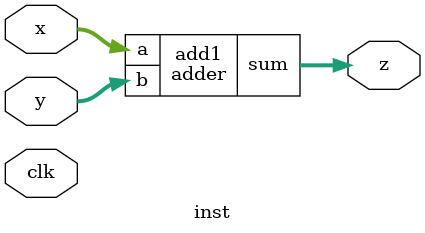
<source format=sv>
module adder(input logic [3:0] a, b, output logic [4:0] sum);
  assign sum = a + b;
endmodule

module inst(input bit clk, input logic [3:0] x, y, output logic [4:0] z);
  //logic [3:0] x, y;
  //logic [4:0] z;

  adder add1(.a(x), .b(y), .sum(z));
endmodule

</source>
